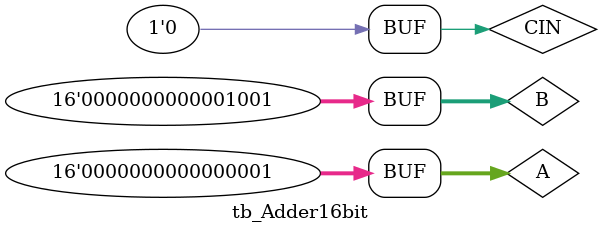
<source format=v>
`timescale 1ns / 1ps


module tb_Adder16bit;

	// Inputs
	reg [15:0] A;
	reg [15:0] B;
	reg CIN;

	// Outputs
	wire [15:0] SUM;
	wire COUT;

	// Instantiate the Unit Under Test (UUT)
	Adder16bit uut (
		.A(A), 
		.B(B), 
		.CIN(CIN), 
		.SUM(SUM), 
		.COUT(COUT)
	);

	initial begin
		// Initialize Inputs
		A = 0;
		B = 0;
		CIN = 0;

		// Wait 100 ns for global reset to finish
		#100;
        
		// Add stimulus here
		A = 100;
		B = 155;
		CIN = 0;
		#100;
		A = 62;
		B = 2;
		CIN = 0;
		#100;
		A = 10;
		B = 4;
		CIN = 1;
		#100;
		A = 1;
		B = 9;
		CIN = 0;
		#100;
	end
      
endmodule


</source>
